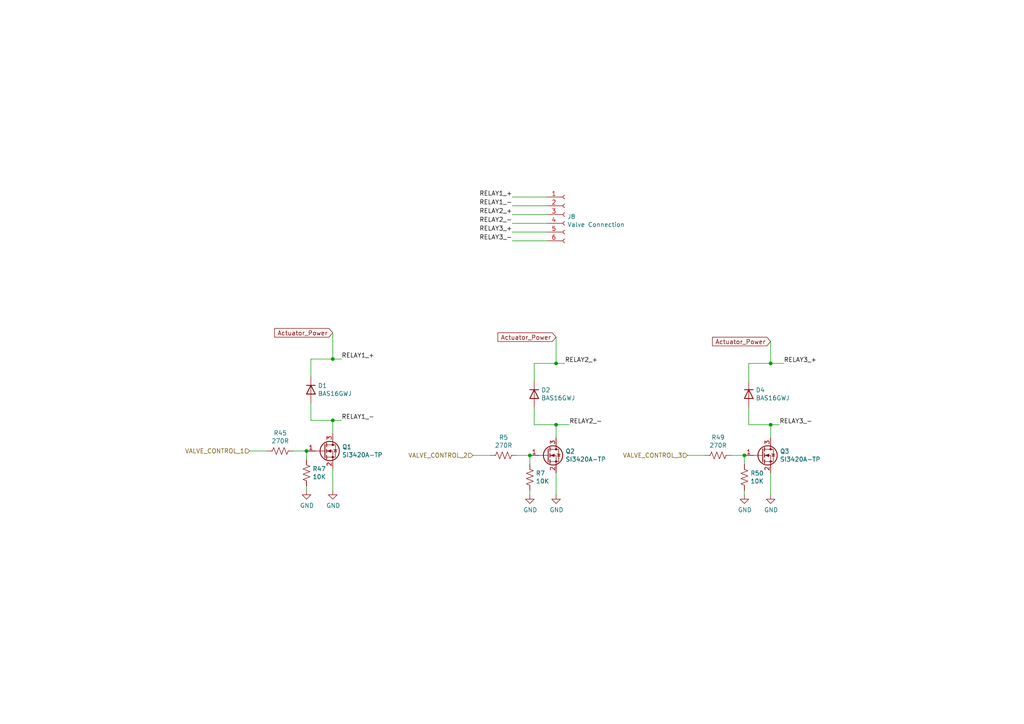
<source format=kicad_sch>
(kicad_sch (version 20230121) (generator eeschema)
  (paper "A4")
  (lib_symbols
    (symbol "Device:D" (pin_numbers hide) (pin_names (offset 1.016) hide)
      (property "Reference" "D" (at 0 2.54 0))
      (property "Value" "D" (at 0 -2.54 0))
      (symbol "D_0_1"
        (polyline (pts (xy -1.27 1.27) (xy -1.27 -1.27)) (stroke (width 0.254)))
        (polyline (pts (xy 1.27 0) (xy -1.27 0)))
        (polyline (pts (xy 1.27 1.27) (xy 1.27 -1.27) (xy -1.27 0) (xy 1.27 1.27)) (stroke (width 0.254)))
      )
      (symbol "D_1_1"
        (pin passive line (at -3.81 0 0) (length 2.54) (name "K") (number "1"))
        (pin passive line (at 3.81 0 180) (length 2.54) (name "A") (number "2"))
      )
    )
    (symbol "Device:Q_NMOS_GSD" (pin_names (offset 0) hide)
      (property "Reference" "Q" (at 5.08 1.27 0))
      (property "Value" "Q_NMOS_GSD" (at 5.08 -1.27 0))
      (symbol "Q_NMOS_GSD_0_1"
        (polyline (pts (xy 0.254 0) (xy -2.54 0)))
        (polyline (pts (xy 0.254 1.905) (xy 0.254 -1.905)) (stroke (width 0.254)))
        (polyline (pts (xy 0.762 -1.27) (xy 0.762 -2.286)) (stroke (width 0.254)))
        (polyline (pts (xy 0.762 0.508) (xy 0.762 -0.508)) (stroke (width 0.254)))
        (polyline (pts (xy 0.762 2.286) (xy 0.762 1.27)) (stroke (width 0.254)))
        (polyline (pts (xy 2.54 2.54) (xy 2.54 1.778)))
        (polyline (pts (xy 2.54 -2.54) (xy 2.54 0) (xy 0.762 0)))
        (polyline (pts (xy 0.762 -1.778) (xy 3.302 -1.778) (xy 3.302 1.778) (xy 0.762 1.778)))
        (polyline (pts (xy 1.016 0) (xy 2.032 0.381) (xy 2.032 -0.381) (xy 1.016 0)) (fill (type outline)))
        (polyline (pts (xy 2.794 0.508) (xy 2.921 0.381) (xy 3.683 0.381) (xy 3.81 0.254)))
        (polyline (pts (xy 3.302 0.381) (xy 2.921 -0.254) (xy 3.683 -0.254) (xy 3.302 0.381)))
        (circle (center 1.651 0) (radius 2.794) (stroke (width 0.254)))
        (circle (center 2.54 -1.778) (radius 0.254) (fill (type outline)))
        (circle (center 2.54 1.778) (radius 0.254) (fill (type outline)))
      )
      (symbol "Q_NMOS_GSD_1_1"
        (pin input line (at -5.08 0 0) (length 2.54) (name "G") (number "1"))
        (pin passive line (at 2.54 -5.08 90) (length 2.54) (name "S") (number "2"))
        (pin passive line (at 2.54 5.08 270) (length 2.54) (name "D") (number "3"))
      )
    )
    (symbol "Device:R_US" (pin_numbers hide) (pin_names (offset 0))
      (property "Reference" "R" (at 2.54 0 90))
      (property "Value" "R_US" (at -2.54 0 90))
      (symbol "R_US_0_1"
        (polyline (pts (xy 0 -2.286) (xy 0 -2.54)))
        (polyline (pts (xy 0 2.286) (xy 0 2.54)))
        (polyline (pts (xy 0 -0.762) (xy 1.016 -1.143) (xy 0 -1.524) (xy -1.016 -1.905) (xy 0 -2.286)))
        (polyline (pts (xy 0 0.762) (xy 1.016 0.381) (xy 0 0) (xy -1.016 -0.381) (xy 0 -0.762)))
        (polyline (pts (xy 0 2.286) (xy 1.016 1.905) (xy 0 1.524) (xy -1.016 1.143) (xy 0 0.762)))
      )
      (symbol "R_US_1_1"
        (pin passive line (at 0 3.81 270) (length 1.27) (name "~") (number "1"))
        (pin passive line (at 0 -3.81 90) (length 1.27) (name "~") (number "2"))
      )
    )
    (symbol "actuator-rescue:Conn_01x06_Female-Connector" (pin_names (offset 1.016) hide)
      (property "Reference" "J" (at 0 7.62 0))
      (property "Value" "Connector_Conn_01x06_Female" (at 0 -10.16 0))
      (symbol "Conn_01x06_Female-Connector_1_1"
        (arc (start 0 -7.112) (mid -0.5058 -7.62) (end 0 -8.128) (stroke (width 0.1524)))
        (arc (start 0 -4.572) (mid -0.5058 -5.08) (end 0 -5.588) (stroke (width 0.1524)))
        (arc (start 0 -2.032) (mid -0.5058 -2.54) (end 0 -3.048) (stroke (width 0.1524)))
        (polyline (pts (xy -1.27 -7.62) (xy -0.508 -7.62)) (stroke (width 0.1524)))
        (polyline (pts (xy -1.27 -5.08) (xy -0.508 -5.08)) (stroke (width 0.1524)))
        (polyline (pts (xy -1.27 -2.54) (xy -0.508 -2.54)) (stroke (width 0.1524)))
        (polyline (pts (xy -1.27 0) (xy -0.508 0)) (stroke (width 0.1524)))
        (polyline (pts (xy -1.27 2.54) (xy -0.508 2.54)) (stroke (width 0.1524)))
        (polyline (pts (xy -1.27 5.08) (xy -0.508 5.08)) (stroke (width 0.1524)))
        (arc (start 0 0.508) (mid -0.5058 0) (end 0 -0.508) (stroke (width 0.1524)))
        (arc (start 0 3.048) (mid -0.5058 2.54) (end 0 2.032) (stroke (width 0.1524)))
        (arc (start 0 5.588) (mid -0.5058 5.08) (end 0 4.572) (stroke (width 0.1524)))
        (pin passive line (at -5.08 5.08 0) (length 3.81) (name "Pin_1") (number "1"))
        (pin passive line (at -5.08 2.54 0) (length 3.81) (name "Pin_2") (number "2"))
        (pin passive line (at -5.08 0 0) (length 3.81) (name "Pin_3") (number "3"))
        (pin passive line (at -5.08 -2.54 0) (length 3.81) (name "Pin_4") (number "4"))
        (pin passive line (at -5.08 -5.08 0) (length 3.81) (name "Pin_5") (number "5"))
        (pin passive line (at -5.08 -7.62 0) (length 3.81) (name "Pin_6") (number "6"))
      )
    )
    (symbol "power:GND" (power) (pin_names (offset 0))
      (property "Value" "GND" (at 0 -3.81 0))
      (symbol "GND_0_1"
        (polyline (pts (xy 0 0) (xy 0 -1.27) (xy 1.27 -1.27) (xy 0 -2.54) (xy -1.27 -1.27) (xy 0 -1.27)))
      )
      (symbol "GND_1_1"
        (pin power_in line (at 0 0 270) (length 0) hide (name "GND") (number "1"))
      )
    )
  )
  (junction (at 96.52 104.14))
  (junction (at 161.29 105.41))
  (junction (at 215.9 132.08))
  (junction (at 161.29 123.19))
  (junction (at 223.52 123.19))
  (junction (at 88.9 130.81))
  (junction (at 223.52 105.41))
  (junction (at 96.52 121.92))
  (junction (at 153.67 132.08))
  (wire (pts (xy 148.59 69.85) (xy 158.75 69.85)))
  (wire (pts (xy 90.17 116.84) (xy 90.17 121.92)))
  (wire (pts (xy 154.94 123.19) (xy 161.29 123.19)))
  (wire (pts (xy 223.52 123.19) (xy 226.06 123.19)))
  (wire (pts (xy 137.16 132.08) (xy 142.24 132.08)))
  (wire (pts (xy 72.39 130.81) (xy 77.47 130.81)))
  (wire (pts (xy 217.17 105.41) (xy 223.52 105.41)))
  (wire (pts (xy 96.52 135.89) (xy 96.52 142.24)))
  (wire (pts (xy 223.52 137.16) (xy 223.52 143.51)))
  (wire (pts (xy 148.59 62.23) (xy 158.75 62.23)))
  (wire (pts (xy 96.52 121.92) (xy 99.06 121.92)))
  (wire (pts (xy 217.17 118.11) (xy 217.17 123.19)))
  (wire (pts (xy 154.94 110.49) (xy 154.94 105.41)))
  (wire (pts (xy 161.29 105.41) (xy 163.83 105.41)))
  (wire (pts (xy 148.59 64.77) (xy 158.75 64.77)))
  (wire (pts (xy 217.17 110.49) (xy 217.17 105.41)))
  (wire (pts (xy 148.59 57.15) (xy 158.75 57.15)))
  (wire (pts (xy 96.52 121.92) (xy 96.52 125.73)))
  (wire (pts (xy 154.94 118.11) (xy 154.94 123.19)))
  (wire (pts (xy 199.39 132.08) (xy 204.47 132.08)))
  (wire (pts (xy 223.52 99.06) (xy 223.52 105.41)))
  (wire (pts (xy 153.67 132.08) (xy 153.67 134.62)))
  (wire (pts (xy 90.17 104.14) (xy 96.52 104.14)))
  (wire (pts (xy 88.9 130.81) (xy 88.9 133.35)))
  (wire (pts (xy 161.29 123.19) (xy 161.29 127)))
  (wire (pts (xy 158.75 59.69) (xy 148.59 59.69)))
  (wire (pts (xy 153.67 142.24) (xy 153.67 143.51)))
  (wire (pts (xy 215.9 132.08) (xy 215.9 134.62)))
  (wire (pts (xy 161.29 137.16) (xy 161.29 143.51)))
  (wire (pts (xy 215.9 142.24) (xy 215.9 143.51)))
  (wire (pts (xy 96.52 104.14) (xy 99.06 104.14)))
  (wire (pts (xy 223.52 105.41) (xy 227.33 105.41)))
  (wire (pts (xy 161.29 123.19) (xy 165.1 123.19)))
  (wire (pts (xy 85.09 130.81) (xy 88.9 130.81)))
  (wire (pts (xy 217.17 123.19) (xy 223.52 123.19)))
  (wire (pts (xy 90.17 121.92) (xy 96.52 121.92)))
  (wire (pts (xy 90.17 109.22) (xy 90.17 104.14)))
  (wire (pts (xy 154.94 105.41) (xy 161.29 105.41)))
  (wire (pts (xy 212.09 132.08) (xy 215.9 132.08)))
  (wire (pts (xy 88.9 140.97) (xy 88.9 142.24)))
  (wire (pts (xy 161.29 97.79) (xy 161.29 105.41)))
  (wire (pts (xy 149.86 132.08) (xy 153.67 132.08)))
  (wire (pts (xy 223.52 123.19) (xy 223.52 127)))
  (wire (pts (xy 96.52 96.52) (xy 96.52 104.14)))
  (wire (pts (xy 148.59 67.31) (xy 158.75 67.31)))
  (label "RELAY1_-" (at 99.06 121.92 0))
  (label "RELAY3_+" (at 148.59 67.31 180))
  (label "RELAY2_+" (at 148.59 62.23 180))
  (label "RELAY3_-" (at 226.06 123.19 0))
  (label "RELAY3_+" (at 227.33 105.41 0))
  (label "RELAY3_-" (at 148.59 69.85 180))
  (label "RELAY2_-" (at 165.1 123.19 0))
  (label "RELAY1_+" (at 99.06 104.14 0))
  (label "RELAY2_-" (at 148.59 64.77 180))
  (label "RELAY1_+" (at 148.59 57.15 180))
  (label "RELAY2_+" (at 163.83 105.41 0))
  (label "RELAY1_-" (at 148.59 59.69 180))
  (global_label "Actuator_Power" (shape input) (at 96.52 96.52 180) (property "Intersheetrefs" "${INTERSHEET_REFS}" (effects hide)))
  (global_label "Actuator_Power" (shape input) (at 161.29 97.79 180) (property "Intersheetrefs" "${INTERSHEET_REFS}" (effects hide)))
  (global_label "Actuator_Power" (shape input) (at 223.52 99.06 180) (property "Intersheetrefs" "${INTERSHEET_REFS}" (effects hide)))
  (hierarchical_label "VALVE_CONTROL_2" (shape input) (at 137.16 132.08 180))
  (hierarchical_label "VALVE_CONTROL_3" (shape input) (at 199.39 132.08 180))
  (hierarchical_label "VALVE_CONTROL_1" (shape input) (at 72.39 130.81 180))
  (symbol (lib_id "Device:D") (at 154.94 114.3 270) (unit 1)
    (property "Reference" "D2" (at 156.9466 113.1316 90) (effects (justify left)))
    (property "Value" "BAS16GWJ" (at 156.9466 115.443 90) (effects (justify left)))
    (property "Footprint" "Diode_SMD:D_SOD-123" (effects hide))
    (instances (project "PropulsionBoard" (path "" (reference "D2") (unit 1))) (project "actuator" (path "" (reference "D1") (unit 1))))
  )
  (symbol (lib_id "Device:R_US") (at 81.28 130.81 270) (unit 1)
    (property "Reference" "R45" (at 81.28 125.603 90))
    (property "Value" "270R" (at 81.28 127.9144 90))
    (property "Footprint" "Resistor_SMD:R_0805_2012Metric_Pad1.20x1.40mm_HandSolder" (effects hide))
    (instances (project "PropulsionBoard" (path "" (reference "R45") (unit 1))) (project "actuator" (path "" (reference "R8") (unit 1))))
  )
  (symbol (lib_id "power:GND") (at 96.52 142.24 0) (unit 1)
    (property "Reference" "#PWR065" (effects hide))
    (property "Value" "GND" (at 96.647 146.6342 0))
    (instances (project "PropulsionBoard" (path "" (reference "#PWR065") (unit 1))) (project "actuator" (path "" (reference "#PWR0122") (unit 1))))
  )
  (symbol (lib_id "Device:R_US") (at 208.28 132.08 270) (unit 1)
    (property "Reference" "R49" (at 208.28 126.873 90))
    (property "Value" "270R" (at 208.28 129.1844 90))
    (property "Footprint" "Resistor_SMD:R_0805_2012Metric_Pad1.20x1.40mm_HandSolder" (effects hide))
    (instances (project "PropulsionBoard" (path "" (reference "R49") (unit 1))) (project "actuator" (path "" (reference "R8") (unit 1))))
  )
  (symbol (lib_id "Device:R_US") (at 88.9 137.16 0) (unit 1)
    (property "Reference" "R47" (at 90.6272 135.9916 0) (effects (justify left)))
    (property "Value" "10K" (at 90.6272 138.303 0) (effects (justify left)))
    (property "Footprint" "Resistor_SMD:R_0805_2012Metric_Pad1.20x1.40mm_HandSolder" (effects hide))
    (instances (project "PropulsionBoard" (path "" (reference "R47") (unit 1))) (project "actuator" (path "" (reference "R9") (unit 1))))
  )
  (symbol (lib_id "Device:D") (at 90.17 113.03 270) (unit 1)
    (property "Reference" "D1" (at 92.1766 111.8616 90) (effects (justify left)))
    (property "Value" "BAS16GWJ" (at 92.1766 114.173 90) (effects (justify left)))
    (property "Footprint" "Diode_SMD:D_SOD-123" (effects hide))
  )
  (symbol (lib_id "power:GND") (at 223.52 143.51 0) (unit 1)
    (property "Reference" "#PWR011" (effects hide))
    (property "Value" "GND" (at 223.647 147.9042 0))
    (instances (project "PropulsionBoard" (path "" (reference "#PWR011") (unit 1))) (project "actuator" (path "" (reference "#PWR0122") (unit 1))))
  )
  (symbol (lib_id "Device:Q_NMOS_GSD") (at 220.98 132.08 0) (unit 1)
    (property "Reference" "Q3" (at 226.2124 130.9116 0) (effects (justify left)))
    (property "Value" "SI3420A-TP" (at 226.2124 133.223 0) (effects (justify left)))
    (property "Footprint" "Package_TO_SOT_SMD:SOT-23_Handsoldering" (effects hide))
    (instances (project "PropulsionBoard" (path "" (reference "Q3") (unit 1))) (project "actuator" (path "" (reference "Q1") (unit 1))))
  )
  (symbol (lib_id "Device:R_US") (at 146.05 132.08 270) (unit 1)
    (property "Reference" "R5" (at 146.05 126.873 90))
    (property "Value" "270R" (at 146.05 129.1844 90))
    (property "Footprint" "Resistor_SMD:R_0805_2012Metric_Pad1.20x1.40mm_HandSolder" (effects hide))
    (instances (project "PropulsionBoard" (path "" (reference "R5") (unit 1))) (project "actuator" (path "" (reference "R8") (unit 1))))
  )
  (symbol (lib_id "power:GND") (at 161.29 143.51 0) (unit 1)
    (property "Reference" "#PWR09" (effects hide))
    (property "Value" "GND" (at 161.417 147.9042 0))
    (instances (project "PropulsionBoard" (path "" (reference "#PWR09") (unit 1))) (project "actuator" (path "" (reference "#PWR0122") (unit 1))))
  )
  (symbol (lib_id "Device:R_US") (at 215.9 138.43 0) (unit 1)
    (property "Reference" "R50" (at 217.6272 137.2616 0) (effects (justify left)))
    (property "Value" "10K" (at 217.6272 139.573 0) (effects (justify left)))
    (property "Footprint" "Resistor_SMD:R_0805_2012Metric_Pad1.20x1.40mm_HandSolder" (effects hide))
    (instances (project "PropulsionBoard" (path "" (reference "R50") (unit 1))) (project "actuator" (path "" (reference "R9") (unit 1))))
  )
  (symbol (lib_id "Device:Q_NMOS_GSD") (at 158.75 132.08 0) (unit 1)
    (property "Reference" "Q2" (at 163.9824 130.9116 0) (effects (justify left)))
    (property "Value" "SI3420A-TP" (at 163.9824 133.223 0) (effects (justify left)))
    (property "Footprint" "Package_TO_SOT_SMD:SOT-23_Handsoldering" (effects hide))
    (instances (project "PropulsionBoard" (path "" (reference "Q2") (unit 1))) (project "actuator" (path "" (reference "Q1") (unit 1))))
  )
  (symbol (lib_id "power:GND") (at 153.67 143.51 0) (unit 1)
    (property "Reference" "#PWR042" (effects hide))
    (property "Value" "GND" (at 153.797 147.9042 0))
    (instances (project "PropulsionBoard" (path "" (reference "#PWR042") (unit 1))) (project "actuator" (path "" (reference "#PWR0122") (unit 1))))
  )
  (symbol (lib_id "Device:Q_NMOS_GSD") (at 93.98 130.81 0) (unit 1)
    (property "Reference" "Q1" (at 99.2124 129.6416 0) (effects (justify left)))
    (property "Value" "SI3420A-TP" (at 99.2124 131.953 0) (effects (justify left)))
    (property "Footprint" "Package_TO_SOT_SMD:SOT-23_Handsoldering" (effects hide))
  )
  (symbol (lib_id "Device:R_US") (at 153.67 138.43 0) (unit 1)
    (property "Reference" "R7" (at 155.3972 137.2616 0) (effects (justify left)))
    (property "Value" "10K" (at 155.3972 139.573 0) (effects (justify left)))
    (property "Footprint" "Resistor_SMD:R_0805_2012Metric_Pad1.20x1.40mm_HandSolder" (effects hide))
    (instances (project "PropulsionBoard" (path "" (reference "R7") (unit 1))) (project "actuator" (path "" (reference "R9") (unit 1))))
  )
  (symbol (lib_id "Device:D") (at 217.17 114.3 270) (unit 1)
    (property "Reference" "D4" (at 219.1766 113.1316 90) (effects (justify left)))
    (property "Value" "BAS16GWJ" (at 219.1766 115.443 90) (effects (justify left)))
    (property "Footprint" "Diode_SMD:D_SOD-123" (effects hide))
    (instances (project "PropulsionBoard" (path "" (reference "D4") (unit 1))) (project "actuator" (path "" (reference "D1") (unit 1))))
  )
  (symbol (lib_id "actuator-rescue:Conn_01x06_Female-Connector") (at 163.83 62.23 0) (unit 1)
    (property "Reference" "J8" (at 164.5412 62.8396 0) (effects (justify left)))
    (property "Value" "Valve Connection" (at 164.5412 65.151 0) (effects (justify left)))
    (property "Footprint" "canhw_footprints:connector_Harwin_G125–MG10605M4P" (effects hide))
    (instances (project "PropulsionBoard" (path "" (reference "J8") (unit 1))) (project "actuator" (path "" (reference "J4") (unit 1))))
  )
  (symbol (lib_id "power:GND") (at 215.9 143.51 0) (unit 1)
    (property "Reference" "#PWR040" (effects hide))
    (property "Value" "GND" (at 216.027 147.9042 0))
    (instances (project "PropulsionBoard" (path "" (reference "#PWR040") (unit 1))) (project "actuator" (path "" (reference "#PWR0122") (unit 1))))
  )
  (symbol (lib_id "power:GND") (at 88.9 142.24 0) (unit 1)
    (property "Reference" "#PWR043" (effects hide))
    (property "Value" "GND" (at 89.027 146.6342 0))
    (instances (project "PropulsionBoard" (path "" (reference "#PWR043") (unit 1))) (project "actuator" (path "" (reference "#PWR0122") (unit 1))))
  )
)
</source>
